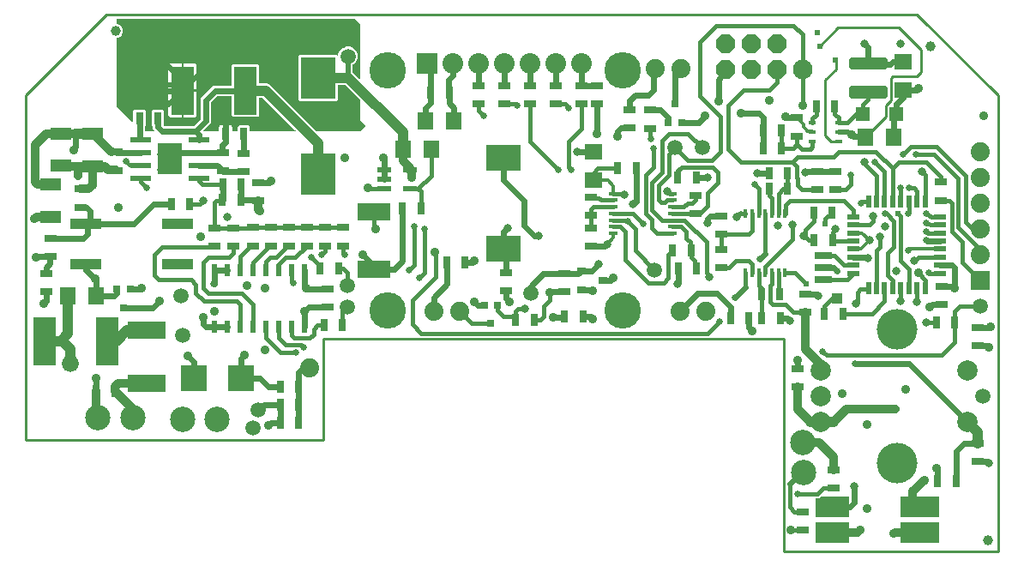
<source format=gtl>
G04 EAGLE Gerber RS-274X export*
G75*
%MOMM*%
%FSLAX34Y34*%
%LPD*%
%INTop Copper*%
%IPPOS*%
%AMOC8*
5,1,8,0,0,1.08239X$1,22.5*%
G01*
%ADD10C,2.000000*%
%ADD11C,4.000000*%
%ADD12R,1.320800X0.558800*%
%ADD13R,1.200000X0.800000*%
%ADD14R,0.800000X1.200000*%
%ADD15R,3.200000X1.800000*%
%ADD16R,2.032000X2.032000*%
%ADD17C,2.032000*%
%ADD18C,3.600000*%
%ADD19R,1.600000X1.800000*%
%ADD20R,3.100000X1.000000*%
%ADD21R,1.700000X0.700000*%
%ADD22R,1.270000X0.558800*%
%ADD23R,0.558800X1.270000*%
%ADD24R,0.600000X1.200000*%
%ADD25R,0.800000X0.450000*%
%ADD26R,2.150000X0.500000*%
%ADD27R,2.400000X3.100000*%
%ADD28C,0.625000*%
%ADD29R,3.500000X4.100000*%
%ADD30R,1.397000X1.397000*%
%ADD31R,1.800000X1.600000*%
%ADD32R,0.900000X0.800000*%
%ADD33R,2.000000X1.200000*%
%ADD34R,2.286000X4.800000*%
%ADD35R,2.540000X2.540000*%
%ADD36R,0.700000X0.700000*%
%ADD37R,3.700000X1.800000*%
%ADD38C,1.000000*%
%ADD39C,1.500000*%
%ADD40C,1.879600*%
%ADD41R,1.879600X1.879600*%
%ADD42R,0.900000X0.350000*%
%ADD43R,0.350000X0.900000*%
%ADD44R,2.000000X1.780000*%
%ADD45P,2.034460X8X22.500000*%
%ADD46R,3.400000X2.600000*%
%ADD47C,0.762000*%
%ADD48C,0.609600*%
%ADD49C,0.914400*%
%ADD50C,0.812800*%
%ADD51C,0.304800*%
%ADD52C,0.812800*%
%ADD53C,0.635000*%
%ADD54C,0.406400*%
%ADD55C,0.609600*%
%ADD56C,0.603500*%
%ADD57C,0.508000*%
%ADD58C,2.500000*%
%ADD59C,1.676400*%
%ADD60C,1.016000*%
%ADD61C,0.254000*%
%ADD62C,1.930400*%
%ADD63R,1.016000X1.016000*%
%ADD64C,0.254000*%

G36*
X126520Y304493D02*
X126520Y304493D01*
X126523Y304493D01*
X126617Y304513D01*
X126714Y304532D01*
X126716Y304534D01*
X126719Y304534D01*
X126799Y304590D01*
X126880Y304645D01*
X126881Y304647D01*
X126883Y304649D01*
X126937Y304732D01*
X126989Y304813D01*
X126989Y304816D01*
X126991Y304818D01*
X127007Y304914D01*
X127025Y305010D01*
X127024Y305013D01*
X127024Y305016D01*
X127002Y305110D01*
X126981Y305206D01*
X126979Y305208D01*
X126979Y305211D01*
X126876Y305359D01*
X125230Y307004D01*
X125230Y309755D01*
X125229Y309763D01*
X125230Y309770D01*
X125209Y309860D01*
X125191Y309951D01*
X125186Y309958D01*
X125184Y309966D01*
X125082Y310114D01*
X124278Y310917D01*
X124278Y324601D01*
X125469Y325792D01*
X135153Y325792D01*
X136344Y324601D01*
X136344Y310903D01*
X136316Y310860D01*
X136264Y310781D01*
X136263Y310776D01*
X136260Y310771D01*
X136244Y310678D01*
X136226Y310584D01*
X136227Y310579D01*
X136226Y310574D01*
X136248Y310482D01*
X136268Y310388D01*
X136271Y310384D01*
X136272Y310379D01*
X136375Y310231D01*
X136576Y310029D01*
X136583Y310025D01*
X136587Y310019D01*
X136666Y309970D01*
X136743Y309918D01*
X136751Y309917D01*
X136757Y309913D01*
X136935Y309881D01*
X165325Y309881D01*
X165333Y309882D01*
X165341Y309881D01*
X165431Y309902D01*
X165522Y309920D01*
X165528Y309925D01*
X165536Y309927D01*
X165684Y310029D01*
X172571Y316916D01*
X172575Y316923D01*
X172581Y316927D01*
X172630Y317006D01*
X172682Y317083D01*
X172683Y317091D01*
X172687Y317097D01*
X172719Y317275D01*
X172719Y337385D01*
X185220Y349886D01*
X202958Y349886D01*
X202963Y349887D01*
X202968Y349886D01*
X203061Y349907D01*
X203155Y349925D01*
X203159Y349928D01*
X203164Y349929D01*
X203241Y349984D01*
X203320Y350038D01*
X203323Y350042D01*
X203327Y350045D01*
X203378Y350127D01*
X203430Y350206D01*
X203430Y350211D01*
X203433Y350216D01*
X203465Y350393D01*
X203465Y369647D01*
X204656Y370838D01*
X229200Y370838D01*
X230391Y369647D01*
X230391Y352425D01*
X230392Y352420D01*
X230391Y352415D01*
X230412Y352322D01*
X230430Y352228D01*
X230433Y352224D01*
X230434Y352219D01*
X230490Y352141D01*
X230543Y352063D01*
X230547Y352060D01*
X230550Y352056D01*
X230632Y352005D01*
X230711Y351953D01*
X230716Y351953D01*
X230721Y351950D01*
X230898Y351918D01*
X238270Y351918D01*
X240884Y350835D01*
X287078Y304641D01*
X287084Y304637D01*
X287089Y304631D01*
X287167Y304582D01*
X287245Y304530D01*
X287252Y304529D01*
X287259Y304525D01*
X287436Y304493D01*
X330000Y304493D01*
X330008Y304494D01*
X330015Y304493D01*
X330105Y304514D01*
X330197Y304532D01*
X330203Y304537D01*
X330211Y304539D01*
X330359Y304641D01*
X335359Y309641D01*
X335362Y309646D01*
X335366Y309649D01*
X335417Y309729D01*
X335470Y309808D01*
X335471Y309813D01*
X335473Y309818D01*
X335489Y309912D01*
X335507Y310005D01*
X335506Y310010D01*
X335507Y310015D01*
X335485Y310108D01*
X335466Y310201D01*
X335463Y310206D01*
X335461Y310211D01*
X335359Y310359D01*
X330507Y315210D01*
X330507Y334864D01*
X330506Y334871D01*
X330507Y334879D01*
X330486Y334969D01*
X330468Y335060D01*
X330463Y335067D01*
X330461Y335074D01*
X330359Y335222D01*
X315589Y349992D01*
X315583Y349996D01*
X315578Y350002D01*
X315500Y350051D01*
X315422Y350103D01*
X315415Y350104D01*
X315408Y350108D01*
X315231Y350140D01*
X308711Y350140D01*
X308706Y350139D01*
X308701Y350140D01*
X308608Y350119D01*
X308514Y350101D01*
X308510Y350098D01*
X308505Y350097D01*
X308427Y350041D01*
X308349Y349988D01*
X308346Y349984D01*
X308342Y349981D01*
X308291Y349899D01*
X308239Y349820D01*
X308239Y349815D01*
X308236Y349810D01*
X308204Y349633D01*
X308204Y335911D01*
X307013Y334720D01*
X270329Y334720D01*
X269138Y335911D01*
X269138Y378595D01*
X270329Y379786D01*
X307013Y379786D01*
X307617Y379181D01*
X307620Y379180D01*
X307621Y379178D01*
X307701Y379126D01*
X307784Y379070D01*
X307787Y379070D01*
X307789Y379069D01*
X307885Y379051D01*
X307981Y379033D01*
X307984Y379033D01*
X307986Y379033D01*
X308083Y379054D01*
X308177Y379074D01*
X308179Y379076D01*
X308182Y379076D01*
X308262Y379133D01*
X308342Y379189D01*
X308343Y379191D01*
X308345Y379192D01*
X308397Y379276D01*
X308449Y379358D01*
X308450Y379360D01*
X308451Y379363D01*
X308483Y379540D01*
X308483Y380516D01*
X309935Y384020D01*
X312616Y386701D01*
X312629Y386707D01*
X313854Y387214D01*
X315078Y387721D01*
X315079Y387721D01*
X316120Y388153D01*
X319912Y388153D01*
X323416Y386701D01*
X326097Y384020D01*
X327549Y380516D01*
X327549Y376724D01*
X326097Y373220D01*
X323416Y370539D01*
X322902Y370326D01*
X322896Y370322D01*
X322890Y370321D01*
X322814Y370266D01*
X322735Y370214D01*
X322732Y370208D01*
X322727Y370205D01*
X322677Y370125D01*
X322625Y370046D01*
X322624Y370040D01*
X322621Y370034D01*
X322589Y369857D01*
X322589Y363320D01*
X322590Y363313D01*
X322589Y363305D01*
X322610Y363215D01*
X322628Y363124D01*
X322633Y363117D01*
X322635Y363110D01*
X322737Y362962D01*
X329641Y356058D01*
X329644Y356056D01*
X329645Y356054D01*
X329726Y356002D01*
X329808Y355947D01*
X329811Y355946D01*
X329813Y355945D01*
X329909Y355927D01*
X330005Y355909D01*
X330008Y355910D01*
X330010Y355909D01*
X330107Y355931D01*
X330201Y355951D01*
X330203Y355952D01*
X330206Y355953D01*
X330286Y356009D01*
X330366Y356065D01*
X330367Y356067D01*
X330369Y356069D01*
X330421Y356152D01*
X330473Y356234D01*
X330474Y356237D01*
X330475Y356239D01*
X330507Y356416D01*
X330507Y410000D01*
X330506Y410007D01*
X330506Y410011D01*
X330507Y410015D01*
X330486Y410105D01*
X330468Y410197D01*
X330464Y410202D01*
X330463Y410207D01*
X330462Y410208D01*
X330461Y410211D01*
X330359Y410359D01*
X325359Y415359D01*
X325352Y415363D01*
X325348Y415369D01*
X325269Y415418D01*
X325192Y415470D01*
X325184Y415471D01*
X325177Y415475D01*
X325000Y415507D01*
X90000Y415507D01*
X89995Y415506D01*
X89990Y415507D01*
X89897Y415486D01*
X89804Y415468D01*
X89799Y415465D01*
X89794Y415464D01*
X89716Y415408D01*
X89638Y415355D01*
X89635Y415351D01*
X89631Y415348D01*
X89580Y415266D01*
X89528Y415187D01*
X89528Y415182D01*
X89525Y415177D01*
X89493Y415000D01*
X89493Y411400D01*
X89494Y411395D01*
X89493Y411390D01*
X89514Y411297D01*
X89532Y411203D01*
X89535Y411199D01*
X89536Y411194D01*
X89592Y411116D01*
X89645Y411038D01*
X89649Y411035D01*
X89652Y411031D01*
X89734Y410980D01*
X89813Y410928D01*
X89818Y410928D01*
X89823Y410925D01*
X90000Y410893D01*
X90299Y410893D01*
X92884Y409822D01*
X94862Y407844D01*
X95933Y405259D01*
X95933Y402461D01*
X94862Y399876D01*
X92884Y397898D01*
X92616Y397787D01*
X91392Y397280D01*
X90299Y396827D01*
X90000Y396827D01*
X89995Y396826D01*
X89990Y396827D01*
X89897Y396806D01*
X89804Y396788D01*
X89799Y396785D01*
X89794Y396784D01*
X89716Y396728D01*
X89638Y396675D01*
X89635Y396671D01*
X89631Y396668D01*
X89580Y396586D01*
X89528Y396507D01*
X89528Y396502D01*
X89525Y396497D01*
X89493Y396320D01*
X89493Y330000D01*
X89494Y329992D01*
X89493Y329985D01*
X89514Y329895D01*
X89532Y329804D01*
X89537Y329797D01*
X89539Y329789D01*
X89641Y329641D01*
X105412Y313870D01*
X105415Y313869D01*
X105416Y313867D01*
X105497Y313814D01*
X105579Y313759D01*
X105582Y313759D01*
X105584Y313757D01*
X105680Y313740D01*
X105776Y313722D01*
X105779Y313722D01*
X105781Y313722D01*
X105878Y313743D01*
X105972Y313763D01*
X105974Y313765D01*
X105977Y313765D01*
X106057Y313822D01*
X106137Y313878D01*
X106138Y313880D01*
X106140Y313881D01*
X106192Y313964D01*
X106244Y314047D01*
X106245Y314049D01*
X106246Y314052D01*
X106278Y314229D01*
X106278Y324601D01*
X107469Y325792D01*
X117153Y325792D01*
X118344Y324601D01*
X118344Y310917D01*
X117540Y310114D01*
X117536Y310107D01*
X117530Y310102D01*
X117481Y310024D01*
X117429Y309947D01*
X117428Y309939D01*
X117424Y309932D01*
X117392Y309755D01*
X117392Y305000D01*
X117393Y304995D01*
X117392Y304990D01*
X117413Y304897D01*
X117431Y304804D01*
X117434Y304799D01*
X117435Y304794D01*
X117491Y304716D01*
X117544Y304638D01*
X117548Y304635D01*
X117551Y304631D01*
X117633Y304580D01*
X117712Y304528D01*
X117717Y304528D01*
X117722Y304525D01*
X117899Y304493D01*
X126517Y304493D01*
X126520Y304493D01*
G37*
G36*
X190332Y304494D02*
X190332Y304494D01*
X190337Y304493D01*
X190430Y304514D01*
X190524Y304532D01*
X190528Y304535D01*
X190533Y304536D01*
X190611Y304592D01*
X190689Y304645D01*
X190692Y304649D01*
X190696Y304652D01*
X190747Y304734D01*
X190799Y304813D01*
X190799Y304818D01*
X190802Y304823D01*
X190834Y305000D01*
X190834Y308595D01*
X191007Y309241D01*
X191342Y309820D01*
X191815Y310293D01*
X192394Y310628D01*
X193040Y310801D01*
X196360Y310801D01*
X196360Y305000D01*
X196361Y304995D01*
X196360Y304990D01*
X196381Y304897D01*
X196399Y304804D01*
X196402Y304799D01*
X196403Y304794D01*
X196459Y304716D01*
X196512Y304638D01*
X196516Y304635D01*
X196519Y304631D01*
X196601Y304580D01*
X196680Y304528D01*
X196685Y304528D01*
X196690Y304525D01*
X196867Y304493D01*
X197883Y304493D01*
X197888Y304494D01*
X197893Y304493D01*
X197986Y304514D01*
X198079Y304532D01*
X198084Y304535D01*
X198089Y304536D01*
X198167Y304592D01*
X198245Y304645D01*
X198248Y304649D01*
X198252Y304652D01*
X198303Y304734D01*
X198354Y304813D01*
X198355Y304818D01*
X198358Y304823D01*
X198390Y305000D01*
X198390Y310801D01*
X201710Y310801D01*
X202356Y310628D01*
X202935Y310293D01*
X203408Y309820D01*
X203743Y309241D01*
X203916Y308595D01*
X203916Y305000D01*
X203917Y304995D01*
X203916Y304990D01*
X203937Y304897D01*
X203955Y304804D01*
X203958Y304799D01*
X203959Y304794D01*
X204015Y304716D01*
X204068Y304638D01*
X204072Y304635D01*
X204075Y304631D01*
X204157Y304580D01*
X204236Y304528D01*
X204241Y304528D01*
X204246Y304525D01*
X204423Y304493D01*
X208835Y304493D01*
X208840Y304494D01*
X208845Y304493D01*
X208938Y304514D01*
X209032Y304532D01*
X209036Y304535D01*
X209041Y304536D01*
X209119Y304592D01*
X209197Y304645D01*
X209200Y304649D01*
X209204Y304652D01*
X209255Y304734D01*
X209307Y304813D01*
X209307Y304818D01*
X209310Y304823D01*
X209342Y305000D01*
X209342Y309102D01*
X210533Y310293D01*
X220217Y310293D01*
X221408Y309102D01*
X221408Y305000D01*
X221409Y304995D01*
X221408Y304990D01*
X221429Y304897D01*
X221447Y304804D01*
X221450Y304799D01*
X221451Y304794D01*
X221507Y304716D01*
X221560Y304638D01*
X221564Y304635D01*
X221567Y304631D01*
X221649Y304580D01*
X221728Y304528D01*
X221733Y304528D01*
X221738Y304525D01*
X221915Y304493D01*
X265884Y304493D01*
X265886Y304493D01*
X265889Y304493D01*
X265984Y304513D01*
X266080Y304532D01*
X266082Y304534D01*
X266085Y304534D01*
X266166Y304590D01*
X266246Y304645D01*
X266247Y304647D01*
X266250Y304649D01*
X266303Y304732D01*
X266355Y304813D01*
X266356Y304816D01*
X266357Y304818D01*
X266374Y304914D01*
X266391Y305010D01*
X266390Y305013D01*
X266391Y305015D01*
X266369Y305109D01*
X266347Y305206D01*
X266346Y305208D01*
X266345Y305211D01*
X266242Y305359D01*
X234057Y337544D01*
X234051Y337548D01*
X234046Y337554D01*
X233968Y337603D01*
X233890Y337655D01*
X233883Y337656D01*
X233876Y337660D01*
X233699Y337692D01*
X230898Y337692D01*
X230893Y337691D01*
X230888Y337692D01*
X230795Y337671D01*
X230701Y337653D01*
X230697Y337650D01*
X230692Y337649D01*
X230614Y337593D01*
X230536Y337540D01*
X230533Y337536D01*
X230529Y337533D01*
X230478Y337451D01*
X230426Y337372D01*
X230426Y337367D01*
X230423Y337362D01*
X230391Y337185D01*
X230391Y319963D01*
X229200Y318772D01*
X204656Y318772D01*
X203465Y319963D01*
X203465Y339217D01*
X203464Y339222D01*
X203465Y339227D01*
X203444Y339320D01*
X203426Y339414D01*
X203423Y339418D01*
X203422Y339423D01*
X203366Y339501D01*
X203313Y339579D01*
X203309Y339582D01*
X203306Y339586D01*
X203224Y339637D01*
X203145Y339689D01*
X203140Y339689D01*
X203135Y339692D01*
X202958Y339724D01*
X189640Y339724D01*
X189632Y339723D01*
X189624Y339724D01*
X189534Y339703D01*
X189443Y339685D01*
X189437Y339680D01*
X189429Y339678D01*
X189281Y339576D01*
X183029Y333324D01*
X183025Y333317D01*
X183019Y333313D01*
X182970Y333234D01*
X182918Y333157D01*
X182917Y333149D01*
X182913Y333143D01*
X182881Y332965D01*
X182881Y312855D01*
X175384Y305359D01*
X175382Y305356D01*
X175380Y305355D01*
X175328Y305274D01*
X175273Y305192D01*
X175272Y305189D01*
X175271Y305187D01*
X175254Y305091D01*
X175235Y304995D01*
X175236Y304992D01*
X175235Y304990D01*
X175257Y304893D01*
X175277Y304799D01*
X175278Y304797D01*
X175279Y304794D01*
X175336Y304714D01*
X175391Y304634D01*
X175394Y304633D01*
X175395Y304631D01*
X175478Y304579D01*
X175560Y304527D01*
X175563Y304526D01*
X175565Y304525D01*
X175743Y304493D01*
X190327Y304493D01*
X190332Y304494D01*
G37*
G36*
X901702Y-101725D02*
X901702Y-101725D01*
X901704Y-101726D01*
X901747Y-101706D01*
X901791Y-101688D01*
X901791Y-101686D01*
X901793Y-101685D01*
X901826Y-101600D01*
X901826Y-81280D01*
X901825Y-81278D01*
X901826Y-81276D01*
X901806Y-81233D01*
X901788Y-81189D01*
X901786Y-81189D01*
X901785Y-81187D01*
X901700Y-81154D01*
X863600Y-81154D01*
X863598Y-81155D01*
X863596Y-81154D01*
X863553Y-81174D01*
X863509Y-81192D01*
X863509Y-81194D01*
X863507Y-81195D01*
X863474Y-81280D01*
X863474Y-101600D01*
X863475Y-101602D01*
X863474Y-101604D01*
X863494Y-101647D01*
X863512Y-101691D01*
X863514Y-101691D01*
X863515Y-101693D01*
X863600Y-101726D01*
X901700Y-101726D01*
X901702Y-101725D01*
G37*
G36*
X901702Y-76325D02*
X901702Y-76325D01*
X901704Y-76326D01*
X901747Y-76306D01*
X901791Y-76288D01*
X901791Y-76286D01*
X901793Y-76285D01*
X901826Y-76200D01*
X901826Y-55880D01*
X901825Y-55878D01*
X901826Y-55876D01*
X901806Y-55833D01*
X901788Y-55789D01*
X901786Y-55789D01*
X901785Y-55787D01*
X901700Y-55754D01*
X863600Y-55754D01*
X863598Y-55755D01*
X863596Y-55754D01*
X863553Y-55774D01*
X863509Y-55792D01*
X863509Y-55794D01*
X863507Y-55795D01*
X863474Y-55880D01*
X863474Y-76200D01*
X863475Y-76202D01*
X863474Y-76204D01*
X863494Y-76247D01*
X863512Y-76291D01*
X863514Y-76291D01*
X863515Y-76293D01*
X863600Y-76326D01*
X901700Y-76326D01*
X901702Y-76325D01*
G37*
G36*
X812802Y-101725D02*
X812802Y-101725D01*
X812804Y-101726D01*
X812847Y-101706D01*
X812891Y-101688D01*
X812891Y-101686D01*
X812893Y-101685D01*
X812926Y-101600D01*
X812926Y-81280D01*
X812925Y-81278D01*
X812926Y-81276D01*
X812906Y-81233D01*
X812888Y-81189D01*
X812886Y-81189D01*
X812885Y-81187D01*
X812800Y-81154D01*
X779780Y-81154D01*
X779778Y-81155D01*
X779776Y-81154D01*
X779733Y-81174D01*
X779689Y-81192D01*
X779689Y-81194D01*
X779687Y-81195D01*
X779654Y-81280D01*
X779654Y-101600D01*
X779655Y-101602D01*
X779654Y-101604D01*
X779674Y-101647D01*
X779692Y-101691D01*
X779694Y-101691D01*
X779695Y-101693D01*
X779780Y-101726D01*
X812800Y-101726D01*
X812802Y-101725D01*
G37*
G36*
X812802Y-76325D02*
X812802Y-76325D01*
X812804Y-76326D01*
X812847Y-76306D01*
X812891Y-76288D01*
X812891Y-76286D01*
X812893Y-76285D01*
X812926Y-76200D01*
X812926Y-55880D01*
X812925Y-55878D01*
X812926Y-55876D01*
X812906Y-55833D01*
X812888Y-55789D01*
X812886Y-55789D01*
X812885Y-55787D01*
X812800Y-55754D01*
X785199Y-55754D01*
X785196Y-55755D01*
X785193Y-55754D01*
X785110Y-55791D01*
X783196Y-57705D01*
X779780Y-57705D01*
X779778Y-57706D01*
X779776Y-57705D01*
X779733Y-57725D01*
X779689Y-57743D01*
X779689Y-57745D01*
X779687Y-57746D01*
X779654Y-57831D01*
X779654Y-76200D01*
X779655Y-76202D01*
X779654Y-76204D01*
X779674Y-76247D01*
X779692Y-76291D01*
X779694Y-76291D01*
X779695Y-76293D01*
X779780Y-76326D01*
X812800Y-76326D01*
X812802Y-76325D01*
G37*
%LPC*%
G36*
X155943Y345820D02*
X155943Y345820D01*
X155943Y371346D01*
X166693Y371346D01*
X167339Y371173D01*
X167918Y370838D01*
X168391Y370365D01*
X168726Y369786D01*
X168899Y369140D01*
X168899Y345820D01*
X155943Y345820D01*
G37*
%LPD*%
%LPC*%
G36*
X155943Y318264D02*
X155943Y318264D01*
X155943Y343790D01*
X168899Y343790D01*
X168899Y320470D01*
X168726Y319824D01*
X168391Y319245D01*
X167918Y318772D01*
X167339Y318437D01*
X166693Y318264D01*
X155943Y318264D01*
G37*
%LPD*%
%LPC*%
G36*
X140957Y345820D02*
X140957Y345820D01*
X140957Y369140D01*
X141130Y369786D01*
X141465Y370365D01*
X141938Y370838D01*
X142517Y371173D01*
X143163Y371346D01*
X153913Y371346D01*
X153913Y345820D01*
X140957Y345820D01*
G37*
%LPD*%
%LPC*%
G36*
X143163Y318264D02*
X143163Y318264D01*
X142517Y318437D01*
X141938Y318772D01*
X141465Y319245D01*
X141130Y319824D01*
X140957Y320470D01*
X140957Y343790D01*
X153913Y343790D01*
X153913Y318264D01*
X143163Y318264D01*
G37*
%LPD*%
%LPC*%
G36*
X154927Y344804D02*
X154927Y344804D01*
X154927Y344806D01*
X154929Y344806D01*
X154929Y344804D01*
X154927Y344804D01*
G37*
%LPD*%
D10*
X785070Y68600D03*
X785070Y17800D03*
X785070Y43200D03*
D11*
X860000Y-22840D03*
X860000Y109240D03*
D10*
X929850Y17800D03*
X929850Y68600D03*
D12*
X353822Y266446D03*
X353822Y257048D03*
X353822Y247650D03*
X379222Y247650D03*
X379222Y266446D03*
D13*
X224155Y191533D03*
X224155Y209533D03*
X241935Y191533D03*
X241935Y209533D03*
X259715Y191533D03*
X259715Y209533D03*
X277495Y191533D03*
X277495Y209533D03*
X313055Y191533D03*
X313055Y209533D03*
X295275Y191533D03*
X295275Y209533D03*
X204851Y191406D03*
X204851Y209406D03*
X186309Y191406D03*
X186309Y209406D03*
D14*
X194454Y252222D03*
X212454Y252222D03*
D15*
X344170Y224723D03*
X344170Y168723D03*
D14*
X269604Y16510D03*
X251604Y16510D03*
X251604Y34290D03*
X269604Y34290D03*
X251604Y52070D03*
X269604Y52070D03*
D16*
X396320Y371420D03*
D17*
X421720Y371420D03*
X447120Y371420D03*
X472520Y371420D03*
X497920Y371420D03*
X523320Y371420D03*
D18*
X589120Y127820D03*
X357120Y127820D03*
X357120Y364820D03*
X589120Y364820D03*
D17*
X548720Y371420D03*
D13*
X762000Y51960D03*
X762000Y69960D03*
X769620Y125620D03*
X769620Y143620D03*
D14*
X918320Y-40640D03*
X900320Y-40640D03*
D13*
X939800Y-21700D03*
X939800Y-3700D03*
X24257Y198738D03*
X24257Y180738D03*
D14*
X399940Y342900D03*
X417940Y342900D03*
D19*
X422940Y314960D03*
X394940Y314960D03*
D13*
X798957Y246778D03*
X798957Y264778D03*
D20*
X149680Y173040D03*
X59680Y173040D03*
X149680Y213040D03*
X59680Y213040D03*
D14*
X162162Y232537D03*
X144162Y232537D03*
D13*
X563880Y331360D03*
X563880Y349360D03*
X781177Y246778D03*
X781177Y264778D03*
D21*
X787527Y158053D03*
X787527Y170053D03*
X787527Y182053D03*
D22*
X816991Y220278D03*
X816991Y212278D03*
X816991Y204278D03*
X816991Y196278D03*
X816991Y188278D03*
X816991Y180278D03*
X816991Y172278D03*
X816991Y164278D03*
D23*
X831917Y149352D03*
X839917Y149352D03*
X847917Y149352D03*
X855917Y149352D03*
X863917Y149352D03*
X871917Y149352D03*
X879917Y149352D03*
X887917Y149352D03*
D22*
X902843Y164278D03*
X902843Y172278D03*
X902843Y180278D03*
X902843Y188278D03*
X902843Y196278D03*
X902843Y204278D03*
X902843Y212278D03*
X902843Y220278D03*
D23*
X887917Y235204D03*
X879917Y235204D03*
X871917Y235204D03*
X863917Y235204D03*
X855917Y235204D03*
X847917Y235204D03*
X839917Y235204D03*
X831917Y235204D03*
D13*
X903859Y254491D03*
X903859Y236491D03*
D24*
X274955Y167573D03*
X262255Y167573D03*
X249555Y167573D03*
X236855Y167573D03*
X224155Y167573D03*
X211455Y167573D03*
X198755Y167573D03*
X186055Y167573D03*
X186055Y111573D03*
X198755Y111573D03*
X211455Y111573D03*
X224155Y111573D03*
X236855Y111573D03*
X249555Y111573D03*
X262255Y111573D03*
X274955Y111573D03*
D13*
X298450Y131081D03*
X298450Y149081D03*
X447040Y331360D03*
X447040Y349360D03*
X472440Y331360D03*
X472440Y349360D03*
X497840Y331360D03*
X497840Y349360D03*
X523240Y331360D03*
X523240Y349360D03*
X548640Y331360D03*
X548640Y349360D03*
D25*
X776809Y313411D03*
X776809Y303911D03*
X776809Y294411D03*
X802309Y294411D03*
X802309Y303911D03*
X802309Y313411D03*
D26*
X113617Y296545D03*
X113617Y283845D03*
X113617Y271145D03*
X113617Y258445D03*
X171117Y258445D03*
X171117Y271145D03*
X171117Y283845D03*
X171117Y296545D03*
D27*
X142367Y277495D03*
D28*
X815594Y346884D02*
X847344Y346884D01*
X847344Y340634D01*
X815594Y340634D01*
X815594Y346884D01*
X815594Y346571D02*
X847344Y346571D01*
X847344Y374884D02*
X815594Y374884D01*
X847344Y374884D02*
X847344Y368634D01*
X815594Y368634D01*
X815594Y374884D01*
X815594Y374571D02*
X847344Y374571D01*
D29*
X288671Y262253D03*
X288671Y357253D03*
D14*
X780559Y329311D03*
X798559Y329311D03*
D30*
X826389Y321691D03*
X859409Y321691D03*
D31*
X866521Y373029D03*
X866521Y345029D03*
D14*
X727981Y305689D03*
X745981Y305689D03*
D13*
X761619Y299991D03*
X761619Y317991D03*
D14*
X745981Y287909D03*
X727981Y287909D03*
D19*
X828899Y298831D03*
X856899Y298831D03*
D32*
X569809Y157519D03*
X548809Y148019D03*
X548809Y167019D03*
D14*
X550029Y121479D03*
X532029Y121479D03*
D13*
X531379Y145931D03*
X531379Y163931D03*
D14*
X602598Y267843D03*
X584598Y267843D03*
D13*
X557657Y239378D03*
X557657Y221378D03*
X557657Y190898D03*
X557657Y208898D03*
D31*
X560578Y256383D03*
X560578Y284383D03*
D14*
X638700Y186563D03*
X656700Y186563D03*
X644415Y168910D03*
X662415Y168910D03*
D13*
X661162Y241537D03*
X661162Y223537D03*
D33*
X34798Y302512D03*
X34798Y270512D03*
X66421Y302004D03*
X66421Y270004D03*
X24892Y252347D03*
X24892Y220347D03*
D13*
X89667Y266099D03*
X89667Y284099D03*
D14*
X112311Y317759D03*
X130311Y317759D03*
D13*
X214757Y282812D03*
X214757Y264812D03*
D14*
X197375Y302260D03*
X215375Y302260D03*
D13*
X194437Y283447D03*
X194437Y265447D03*
D14*
X194213Y236748D03*
X212213Y236748D03*
D34*
X216928Y344805D03*
X154928Y344805D03*
D35*
X212725Y60579D03*
X165735Y60579D03*
D13*
X53848Y247633D03*
X53848Y229633D03*
X616712Y307611D03*
X616712Y325611D03*
D36*
X634342Y313330D03*
X647342Y313330D03*
X640842Y331830D03*
D37*
X119761Y108423D03*
X119761Y55923D03*
D34*
X18657Y97282D03*
X80657Y97282D03*
D13*
X596519Y308246D03*
X596519Y326246D03*
D38*
X88900Y403860D03*
X893699Y388366D03*
X949960Y-99060D03*
D13*
X20320Y145940D03*
X20320Y163940D03*
X939800Y92600D03*
X939800Y110600D03*
X229362Y253856D03*
X229362Y235856D03*
D19*
X41880Y142240D03*
X69880Y142240D03*
D14*
X69740Y48260D03*
X87740Y48260D03*
D19*
X372207Y286639D03*
X400207Y286639D03*
D14*
X390000Y228600D03*
X372000Y228600D03*
X778400Y197104D03*
X796400Y197104D03*
D13*
X904240Y133240D03*
X904240Y151240D03*
D39*
X229616Y29591D03*
D40*
X621411Y366522D03*
X646811Y366522D03*
D41*
X942340Y157480D03*
D40*
X942340Y182880D03*
X942340Y208280D03*
X942340Y233680D03*
X942340Y259080D03*
X942340Y284480D03*
D42*
X580350Y243020D03*
X580350Y236520D03*
X580350Y230020D03*
X580350Y223520D03*
X580350Y217020D03*
X580350Y210520D03*
X580350Y204020D03*
X638850Y204020D03*
X638850Y210520D03*
X638850Y217020D03*
X638850Y223520D03*
X638850Y230020D03*
X638850Y236520D03*
X638850Y243020D03*
D43*
X710750Y165060D03*
X717250Y165060D03*
X723750Y165060D03*
X730250Y165060D03*
X736750Y165060D03*
X743250Y165060D03*
X749750Y165060D03*
X749750Y223560D03*
X743250Y223560D03*
X736750Y223560D03*
X730250Y223560D03*
X723750Y223560D03*
X717250Y223560D03*
X710750Y223560D03*
D14*
X733950Y262890D03*
X751950Y262890D03*
X733950Y247650D03*
X751950Y247650D03*
X744330Y143510D03*
X726330Y143510D03*
X744838Y120142D03*
X726838Y120142D03*
D13*
X687070Y170070D03*
X687070Y188070D03*
D44*
X801190Y-66040D03*
X801190Y-91440D03*
X875690Y-91440D03*
X875690Y-66040D03*
D36*
X103020Y148950D03*
X90020Y148950D03*
X96520Y130450D03*
D14*
X806560Y124460D03*
X788560Y124460D03*
D13*
X767080Y-71010D03*
X767080Y-89010D03*
X797560Y-29608D03*
X797560Y-47608D03*
D14*
X661780Y259080D03*
X643780Y259080D03*
D13*
X687070Y221090D03*
X687070Y203090D03*
D45*
X690880Y365760D03*
X690880Y391160D03*
X716280Y365760D03*
X716280Y391160D03*
X741680Y365760D03*
X741680Y391160D03*
D14*
X294530Y113030D03*
X312530Y113030D03*
X290720Y168910D03*
X308720Y168910D03*
D39*
X498348Y144526D03*
D40*
X280670Y71120D03*
D39*
X641350Y288290D03*
X317500Y152400D03*
X317500Y130810D03*
X153670Y142240D03*
X621030Y167640D03*
X668020Y288290D03*
X154940Y102870D03*
X224790Y11430D03*
X942340Y132080D03*
D14*
X899050Y115570D03*
X917050Y115570D03*
D13*
X473964Y146956D03*
X473964Y164956D03*
D39*
X944880Y43180D03*
D14*
X795892Y224536D03*
X777892Y224536D03*
D39*
X318016Y378620D03*
D46*
X471424Y188680D03*
X471424Y278680D03*
D36*
X465732Y133202D03*
X452732Y133202D03*
X459232Y114702D03*
D14*
X433688Y174752D03*
X415688Y174752D03*
D40*
X402844Y127000D03*
X428244Y127000D03*
D14*
X714104Y119888D03*
X696104Y119888D03*
D40*
X645668Y127000D03*
X671068Y127000D03*
D14*
X501760Y118110D03*
X483760Y118110D03*
D47*
X103000Y32000D03*
X71000Y30000D03*
X767000Y-71000D03*
X774000Y-3000D03*
D48*
X90020Y144630D02*
X90020Y148950D01*
X90020Y144630D02*
X87630Y142240D01*
X69880Y142240D01*
X69880Y157450D01*
X68580Y158750D01*
D49*
X68580Y158750D03*
D48*
X59680Y167650D02*
X59680Y173040D01*
X59680Y167650D02*
X68580Y158750D01*
X20320Y145940D02*
X20320Y137160D01*
X17780Y134620D01*
D49*
X17780Y134620D03*
D50*
X10797Y220347D02*
X24892Y220347D01*
X10797Y220347D02*
X8890Y218440D01*
D49*
X8890Y218440D03*
D50*
X51000Y270004D02*
X66421Y270004D01*
X51000Y270004D02*
X35306Y270004D01*
D51*
X34798Y270512D01*
D50*
X53848Y247633D02*
X62213Y247633D01*
X66040Y251460D01*
D49*
X66040Y251460D03*
D50*
X66421Y251841D02*
X66421Y270004D01*
D51*
X66421Y251841D02*
X66040Y251460D01*
D49*
X91440Y229108D03*
D48*
X171117Y283845D02*
X194039Y283845D01*
D51*
X194437Y283447D01*
D48*
X171117Y283845D02*
X148717Y283845D01*
D51*
X142367Y277495D01*
D48*
X197375Y293895D02*
X197375Y302260D01*
X197375Y293895D02*
X194310Y290830D01*
X194310Y283574D01*
D51*
X194437Y283447D01*
D48*
X197375Y302260D02*
X197375Y317737D01*
X193040Y322072D01*
D49*
X193040Y322072D03*
D48*
X154928Y344805D02*
X138303Y344805D01*
X136398Y342900D01*
D49*
X136398Y342900D03*
D48*
X229362Y253856D02*
X240648Y253856D01*
X242062Y255270D01*
D49*
X242062Y255270D03*
X314960Y278130D03*
D52*
X833120Y196850D03*
D51*
X825692Y204278D02*
X816991Y204278D01*
X825692Y204278D02*
X833120Y196850D01*
X824548Y188278D02*
X816991Y188278D01*
X824548Y188278D02*
X833120Y196850D01*
D48*
X889572Y196278D02*
X902843Y196278D01*
X889572Y196278D02*
X889000Y196850D01*
D53*
X889000Y196850D03*
D51*
X859409Y321691D02*
X859790Y322072D01*
D48*
X866521Y345029D02*
X879699Y345029D01*
X881380Y346710D01*
D49*
X881380Y346710D03*
X892810Y130810D03*
D48*
X939800Y92600D02*
X950070Y92600D01*
X951230Y91440D01*
D49*
X951230Y91440D03*
D48*
X950070Y-21700D02*
X939800Y-21700D01*
X950070Y-21700D02*
X951230Y-22860D01*
D52*
X951230Y-22860D03*
D49*
X856996Y-92710D03*
D48*
X251604Y34290D02*
X235077Y34290D01*
X229616Y29591D01*
X165735Y60579D02*
X165735Y76835D01*
X160020Y82550D01*
D49*
X160020Y82550D03*
X69850Y60960D03*
D48*
X186055Y111573D02*
X198755Y111573D01*
D49*
X175260Y120650D03*
D48*
X186055Y154305D02*
X186055Y167573D01*
X186055Y154305D02*
X185420Y153670D01*
D53*
X185420Y153670D03*
D48*
X186055Y167573D02*
X198755Y167573D01*
X279671Y131081D02*
X298450Y131081D01*
X279671Y131081D02*
X275590Y127000D01*
D49*
X275590Y127000D03*
D48*
X274955Y126365D02*
X274955Y111573D01*
X274955Y126365D02*
X275590Y127000D01*
X353822Y257048D02*
X353822Y266446D01*
X353822Y277368D01*
D51*
X353060Y278130D01*
D49*
X353060Y278130D03*
D48*
X394940Y314960D02*
X394940Y327630D01*
X399940Y332630D01*
X399940Y342900D01*
X399940Y367800D01*
X396320Y371420D01*
X550029Y121479D02*
X557971Y121479D01*
X560070Y119380D01*
D49*
X560070Y119380D03*
D48*
X569809Y157519D02*
X577889Y157519D01*
X580390Y160020D01*
D49*
X580390Y160020D03*
D48*
X571898Y190898D02*
X557657Y190898D01*
X571898Y190898D02*
X574040Y193040D01*
D52*
X574040Y193040D03*
D51*
X574850Y193850D01*
D52*
X673100Y214122D03*
D48*
X675750Y221090D02*
X687070Y221090D01*
X675750Y221090D02*
X673100Y218440D01*
X673100Y214122D01*
X722630Y262890D02*
X733950Y262890D01*
D52*
X722630Y262890D03*
D48*
X673100Y259080D02*
X661780Y259080D01*
D52*
X673100Y259080D03*
D49*
X670560Y320040D03*
D48*
X560578Y284383D02*
X544927Y284383D01*
D51*
X544830Y284480D01*
D52*
X544830Y284480D03*
D48*
X751349Y317991D02*
X761619Y317991D01*
X751349Y317991D02*
X750570Y318770D01*
D49*
X750570Y318770D03*
X734060Y335280D03*
D48*
X787527Y170053D02*
X797433Y170053D01*
X801370Y166370D01*
D53*
X801370Y166370D03*
D52*
X768350Y201422D03*
D49*
X186690Y127000D03*
X236220Y88900D03*
D48*
X242570Y16510D02*
X251604Y16510D01*
X242570Y16510D02*
X240030Y13970D01*
D49*
X240030Y13970D03*
D48*
X251604Y16510D02*
X251604Y34290D01*
D52*
X599440Y232410D03*
X742950Y211836D03*
X859790Y166370D03*
D49*
X945642Y320040D03*
D52*
X199390Y219710D03*
D49*
X830580Y15240D03*
X806450Y45720D03*
D48*
X895240Y133240D02*
X904240Y133240D01*
X895240Y133240D02*
X892810Y130810D01*
D50*
X77976Y270004D02*
X66421Y270004D01*
X77976Y270004D02*
X81280Y266700D01*
X89066Y266700D01*
D51*
X89667Y266099D01*
D48*
X177987Y111573D02*
X186055Y111573D01*
X177987Y111573D02*
X175260Y114300D01*
X175260Y120650D01*
X647342Y313330D02*
X664570Y313330D01*
X670560Y320040D01*
X602598Y267843D02*
X602598Y235568D01*
X599440Y232410D01*
X856899Y298831D02*
X856899Y319181D01*
D54*
X859409Y321691D01*
D48*
X859790Y322072D02*
X859790Y331470D01*
X866140Y337820D01*
X866140Y344648D01*
D54*
X866521Y345029D01*
X787400Y170180D02*
X787527Y170053D01*
D55*
X770890Y153670D03*
D53*
X151130Y289560D03*
X143510Y289560D03*
X135890Y289560D03*
X133350Y281940D03*
X140970Y281940D03*
X148590Y281940D03*
X151130Y274320D03*
X143510Y274320D03*
X135890Y274320D03*
X133350Y266700D03*
X140970Y266700D03*
X148590Y266700D03*
D52*
X754380Y117856D03*
D54*
X772668Y197104D02*
X768350Y201422D01*
X772668Y197104D02*
X778400Y197104D01*
X777892Y215536D02*
X777892Y224536D01*
X777892Y215536D02*
X769620Y207264D01*
X769620Y202692D01*
X768350Y201422D01*
D51*
X580350Y199350D02*
X580350Y204020D01*
X580350Y199350D02*
X574040Y193040D01*
D54*
X749750Y165060D02*
X759500Y165060D01*
X770890Y153670D01*
D49*
X517398Y145796D03*
D48*
X517533Y145931D02*
X531379Y145931D01*
X517533Y145931D02*
X517398Y145796D01*
D49*
X830580Y-68072D03*
D50*
X858266Y-91440D02*
X875690Y-91440D01*
D48*
X858266Y-91440D02*
X856996Y-92710D01*
D52*
X643636Y154178D03*
D48*
X644415Y154957D02*
X644415Y168910D01*
X644415Y154957D02*
X643636Y154178D01*
X744838Y120142D02*
X752094Y120142D01*
X754380Y117856D01*
X452732Y133202D02*
X445918Y133202D01*
D54*
X442976Y136144D01*
D49*
X442976Y136144D03*
D54*
X501760Y118110D02*
X508000Y118110D01*
X511810Y121920D01*
X511810Y132080D01*
X517398Y137668D01*
X517398Y145796D01*
D48*
X69850Y60960D02*
X69850Y48370D01*
X69740Y48260D01*
D56*
X105000Y405000D03*
X115000Y405000D03*
X125000Y405000D03*
X135000Y405000D03*
X145000Y405000D03*
X155000Y405000D03*
X165000Y405000D03*
X175000Y405000D03*
X185000Y405000D03*
X195000Y405000D03*
X205000Y405000D03*
X215000Y405000D03*
X225000Y405000D03*
X235000Y405000D03*
X245000Y405000D03*
X255000Y405000D03*
X265000Y405000D03*
X275000Y405000D03*
X110000Y395000D03*
X120000Y395000D03*
X130000Y395000D03*
X140000Y395000D03*
X150000Y395000D03*
X160000Y395000D03*
X170000Y395000D03*
X180000Y395000D03*
X190000Y395000D03*
X200000Y395000D03*
X210000Y395000D03*
X220000Y395000D03*
X230000Y395000D03*
X240000Y395000D03*
X250000Y395000D03*
X260000Y395000D03*
X270000Y395000D03*
X280000Y395000D03*
X105000Y385000D03*
X115000Y385000D03*
X125000Y385000D03*
X135000Y385000D03*
X145000Y385000D03*
X155000Y385000D03*
X165000Y385000D03*
X175000Y385000D03*
X185000Y385000D03*
X195000Y385000D03*
X205000Y385000D03*
X215000Y385000D03*
X225000Y385000D03*
X235000Y385000D03*
X245000Y385000D03*
X255000Y385000D03*
X265000Y385000D03*
X275000Y385000D03*
X110000Y375000D03*
X120000Y375000D03*
X130000Y375000D03*
X140000Y375000D03*
X150000Y375000D03*
X160000Y375000D03*
X170000Y375000D03*
X180000Y375000D03*
X190000Y375000D03*
X200000Y375000D03*
X210000Y375000D03*
X220000Y375000D03*
X230000Y375000D03*
X240000Y375000D03*
X250000Y375000D03*
X260000Y375000D03*
X95000Y365000D03*
X105000Y365000D03*
X115000Y365000D03*
X125000Y365000D03*
X100000Y355000D03*
X110000Y355000D03*
X120000Y355000D03*
X130000Y355000D03*
X95000Y345000D03*
X105000Y345000D03*
X115000Y345000D03*
X125000Y345000D03*
X100000Y335000D03*
X110000Y335000D03*
X120000Y335000D03*
X130000Y335000D03*
D57*
X154928Y344805D02*
X154928Y355072D01*
X140000Y370000D01*
X140000Y369733D01*
X154928Y354805D01*
X154928Y344805D01*
X140123Y330000D01*
X130000Y330000D01*
X130000Y350000D01*
X160000Y350000D01*
X175000Y365000D01*
D51*
X776120Y304600D02*
X776809Y303911D01*
X776120Y304600D02*
X771175Y304600D01*
X771175Y305464D01*
X767900Y311710D02*
X761619Y317991D01*
X767900Y308739D02*
X771175Y305464D01*
X767900Y308739D02*
X767900Y311710D01*
D56*
X781198Y401800D03*
X290700Y324300D03*
X300900Y324300D03*
X312100Y324700D03*
X323100Y325100D03*
D50*
X52000Y269004D02*
X51000Y270004D01*
D55*
X52000Y261000D03*
D50*
X52000Y269004D01*
D58*
X71000Y22000D03*
D50*
X69740Y23260D02*
X69740Y48260D01*
X71000Y30000D02*
X67000Y26000D01*
X69740Y23260D01*
D58*
X189000Y20000D03*
D55*
X789432Y212852D03*
D54*
X789432Y218076D01*
X795892Y224536D01*
D59*
X44450Y75438D03*
D60*
X49231Y302004D02*
X66421Y302004D01*
D50*
X49231Y302004D02*
X35306Y302004D01*
D51*
X34798Y302512D01*
D48*
X49231Y289469D02*
X47540Y287778D01*
X47540Y286110D01*
X47380Y285950D01*
D49*
X47380Y285950D03*
D48*
X89921Y283845D02*
X113617Y283845D01*
D51*
X89921Y283845D02*
X89667Y284099D01*
D48*
X826359Y299309D02*
X828899Y298831D01*
D49*
X815340Y300990D03*
D51*
X828010Y299720D02*
X828899Y298831D01*
D50*
X24892Y252347D02*
X11813Y252347D01*
X9620Y254540D01*
X9620Y291180D01*
X20700Y302260D01*
X34546Y302260D01*
D51*
X34798Y302512D01*
D48*
X548809Y148019D02*
X560641Y148019D01*
X559816Y146812D01*
D49*
X559816Y146812D03*
D48*
X817021Y299309D02*
X826359Y299309D01*
X817021Y299309D02*
X815340Y300990D01*
X89667Y284099D02*
X84326Y284099D01*
D50*
X66421Y302004D01*
D49*
X520700Y120650D03*
D48*
X531200Y120650D02*
X532029Y121479D01*
X531200Y120650D02*
X520700Y120650D01*
D60*
X44450Y89662D02*
X44450Y75438D01*
X44450Y89662D02*
X36576Y97536D01*
X34544Y97536D01*
X18911Y97536D01*
X18657Y97282D01*
X41880Y104872D02*
X41880Y142240D01*
X41880Y104872D02*
X34544Y97536D01*
D48*
X473964Y139700D02*
X473964Y146956D01*
X473964Y139700D02*
X477520Y136144D01*
D49*
X477520Y136144D03*
D48*
X49231Y289469D02*
X49231Y302004D01*
D57*
X812419Y303911D02*
X815340Y300990D01*
X812419Y303911D02*
X802309Y303911D01*
D61*
X828899Y298831D02*
X849122Y319054D01*
X849122Y330044D01*
X854100Y335022D02*
X854100Y357000D01*
X854100Y335022D02*
X849122Y330044D01*
X854100Y357000D02*
X856300Y359200D01*
X879800Y359200D01*
X884100Y363500D01*
X884100Y385100D02*
X862100Y407100D01*
X802000Y407100D01*
X783800Y388900D01*
X884100Y385100D02*
X884100Y363500D01*
X783800Y388900D02*
X783650Y389050D01*
D56*
X783800Y388900D03*
D54*
X211455Y180975D02*
X211455Y167573D01*
X223520Y190898D02*
X224155Y191533D01*
X222013Y191533D01*
X211455Y180975D01*
X224155Y174879D02*
X224155Y167573D01*
X241300Y190898D02*
X241935Y191533D01*
X241300Y190898D02*
X240174Y190898D01*
X224155Y174879D01*
X236855Y175895D02*
X236855Y167573D01*
X236855Y175895D02*
X241300Y180340D01*
X246998Y180340D01*
X258191Y191533D02*
X259715Y191533D01*
X258191Y191533D02*
X246998Y180340D01*
X249555Y173355D02*
X249555Y167573D01*
X249555Y173355D02*
X256540Y180340D01*
X266302Y180340D01*
X277495Y191533D01*
X313055Y191533D02*
X313055Y184785D01*
X314960Y182880D01*
D53*
X314960Y182880D03*
X274320Y91440D03*
D54*
X249555Y100965D02*
X249555Y111573D01*
X249555Y100965D02*
X256540Y93980D01*
X271780Y93980D01*
X274320Y91440D01*
X295275Y186055D02*
X295275Y191533D01*
X295275Y186055D02*
X292100Y182880D01*
D53*
X292100Y182880D03*
X266700Y86360D03*
D54*
X236855Y100965D02*
X236855Y111573D01*
X236855Y100965D02*
X251460Y86360D01*
X266700Y86360D01*
X224155Y111573D02*
X224155Y133985D01*
X213360Y144780D01*
X180340Y144780D01*
X175260Y149860D01*
X175260Y175260D01*
X180340Y180340D01*
X200660Y180340D01*
X204851Y184531D01*
X204851Y191406D01*
X211455Y133985D02*
X211455Y111573D01*
X211455Y133985D02*
X208280Y137160D01*
X131620Y157940D02*
X127000Y162560D01*
X127000Y182880D01*
X134620Y190500D01*
X185403Y190500D01*
X186309Y191406D01*
X168000Y153000D02*
X168000Y145000D01*
X175840Y137160D01*
X163060Y157940D02*
X131620Y157940D01*
X163060Y157940D02*
X168000Y153000D01*
X175840Y137160D02*
X208280Y137160D01*
D48*
X269604Y34290D02*
X269604Y16510D01*
X269604Y34290D02*
X269604Y52070D01*
X269604Y66404D01*
X274320Y71120D01*
X280670Y71120D01*
D52*
X877570Y176530D03*
D54*
X881318Y180278D02*
X902843Y180278D01*
X881318Y180278D02*
X877570Y176530D01*
X839917Y187137D02*
X839917Y149352D01*
X839917Y187137D02*
X843280Y190500D01*
X843280Y200660D01*
D52*
X843280Y200660D03*
D54*
X601980Y208280D02*
X594360Y215900D01*
X601980Y208280D02*
X601980Y186690D01*
X621030Y167640D01*
X593240Y217020D02*
X580350Y217020D01*
X593240Y217020D02*
X594360Y215900D01*
D53*
X594360Y215900D03*
D54*
X171577Y232537D02*
X162162Y232537D01*
X171577Y232537D02*
X175260Y236220D01*
D52*
X175260Y236220D03*
D54*
X633268Y236520D02*
X638850Y236520D01*
X633268Y236520D02*
X630936Y234188D01*
X627380Y234188D01*
X624840Y236728D01*
X624840Y251460D01*
X635000Y261620D01*
X635000Y281940D01*
X641350Y288290D01*
X353822Y247650D02*
X339090Y247650D01*
X337820Y248920D01*
D49*
X337820Y248920D03*
D54*
X890462Y204278D02*
X902843Y204278D01*
X890462Y204278D02*
X889000Y205740D01*
D53*
X889000Y205740D03*
D62*
X767080Y365760D03*
D54*
X685800Y284480D02*
X677164Y275844D01*
X653796Y275844D01*
X641350Y288290D01*
X685800Y284480D02*
X685800Y318770D01*
X665480Y339090D01*
X665480Y392430D01*
X681990Y408940D01*
X758190Y408940D01*
X767080Y400050D01*
X767080Y365760D01*
D49*
X767080Y330200D03*
D54*
X767080Y365760D01*
D48*
X918320Y-11320D02*
X918320Y-40640D01*
X918320Y-11320D02*
X925940Y-3700D01*
X939800Y-3700D01*
D60*
X939800Y7850D01*
X929850Y17800D01*
D53*
X700532Y140208D03*
X818896Y75184D03*
D48*
X872466Y75184D01*
D54*
X710750Y150426D02*
X710750Y165060D01*
D48*
X710750Y150426D02*
X700532Y140208D01*
X872466Y75184D02*
X929850Y17800D01*
D50*
X769620Y89916D02*
X769620Y125620D01*
X769620Y89916D02*
X784860Y74676D01*
D60*
X784860Y68810D01*
D54*
X785070Y68600D01*
X736750Y153820D02*
X736750Y165060D01*
X736750Y153820D02*
X735330Y152400D01*
X735330Y135890D01*
X737870Y133350D01*
X750570Y133350D01*
X758190Y125730D01*
X769510Y125730D01*
X769620Y125620D01*
D50*
X762000Y51960D02*
X762000Y30480D01*
X774700Y17780D01*
D60*
X785050Y17780D01*
D54*
X785070Y17800D01*
X730250Y183642D02*
X730250Y223560D01*
D53*
X724916Y178308D03*
X858520Y30480D03*
D60*
X797750Y17780D02*
X785070Y17800D01*
D48*
X724916Y178308D02*
X730250Y183642D01*
D50*
X810450Y30480D02*
X858520Y30480D01*
X810450Y30480D02*
X797750Y17780D01*
D53*
X538480Y266700D03*
D54*
X548640Y307340D02*
X548640Y331360D01*
D55*
X860806Y223774D03*
D54*
X871917Y168213D02*
X871917Y149352D01*
X871917Y168213D02*
X863600Y176530D01*
X863600Y220980D01*
X860806Y223774D01*
X548640Y307340D02*
X535940Y294640D01*
X535940Y269240D01*
X538480Y266700D01*
X483980Y331360D02*
X472440Y331360D01*
X483980Y331360D02*
X485140Y330200D01*
D53*
X485140Y330200D03*
D54*
X879917Y149352D02*
X879917Y138623D01*
X880110Y135890D01*
D52*
X880110Y135890D03*
D54*
X532240Y331360D02*
X523240Y331360D01*
X532240Y331360D02*
X535940Y327660D01*
D53*
X535940Y327660D03*
D54*
X887917Y157293D02*
X887917Y149352D01*
X887917Y157293D02*
X881380Y165100D01*
D49*
X881380Y165100D03*
X684530Y334010D03*
D48*
X684530Y355600D01*
X690880Y365760D01*
D54*
X447040Y331360D02*
X447040Y325120D01*
X452120Y320040D01*
D53*
X452120Y320040D03*
D54*
X892362Y164278D02*
X902843Y164278D01*
X892362Y164278D02*
X891540Y165100D01*
D53*
X891540Y165100D03*
D54*
X312530Y125840D02*
X312530Y113030D01*
X312530Y125840D02*
X317500Y130810D01*
D53*
X863600Y248920D03*
X814832Y261620D03*
D54*
X799355Y246380D02*
X798957Y246778D01*
X863917Y248603D02*
X863917Y235204D01*
X863917Y248603D02*
X863600Y248920D01*
D53*
X393700Y208280D03*
D54*
X393700Y165100D01*
X388620Y160020D01*
D53*
X388620Y160020D03*
D54*
X798957Y246778D02*
X809642Y246778D01*
X814832Y251968D01*
X814832Y261620D01*
X871917Y235204D02*
X871917Y224217D01*
X871220Y223520D01*
D53*
X871220Y223520D03*
D54*
X313690Y168910D02*
X308720Y168910D01*
X313690Y168910D02*
X317500Y165100D01*
X317500Y152400D01*
D53*
X383540Y210820D03*
D54*
X383540Y172720D01*
X378460Y167640D01*
D53*
X378460Y167640D03*
X525780Y266700D03*
X848360Y223520D03*
D54*
X855917Y157543D02*
X855917Y149352D01*
X855917Y157543D02*
X850900Y162560D01*
X850900Y184150D01*
X857250Y190500D01*
X857250Y216154D01*
X849884Y223520D01*
X848360Y223520D01*
X497840Y294640D02*
X497840Y331360D01*
X497840Y294640D02*
X525780Y266700D01*
D48*
X56498Y198738D02*
X24257Y198738D01*
X56498Y198738D02*
X60960Y203200D01*
X60960Y211760D01*
D54*
X59680Y213040D01*
D48*
X59927Y229633D02*
X53848Y229633D01*
X59927Y229633D02*
X63500Y226060D01*
X63500Y216860D01*
D54*
X59680Y213040D01*
D48*
X106360Y213040D01*
X125857Y232537D01*
X144162Y232537D01*
D51*
X872808Y188278D02*
X902843Y188278D01*
X872808Y188278D02*
X871220Y186690D01*
D53*
X871220Y186690D03*
D54*
X756920Y274320D02*
X706120Y274320D01*
X693420Y287020D01*
X693420Y330200D01*
X708660Y345440D01*
X734060Y345440D01*
X741680Y353060D01*
X741680Y365760D01*
X762000Y279400D02*
X756920Y274320D01*
X903859Y259461D02*
X903859Y254491D01*
X903859Y259461D02*
X889000Y274320D01*
X855980Y235267D02*
X855917Y235204D01*
X855980Y267970D02*
X839470Y284480D01*
X781177Y246778D02*
X766682Y246778D01*
X762000Y251460D01*
X762000Y258064D01*
X760984Y259080D01*
X760984Y270256D01*
X756920Y274320D01*
X855980Y267970D02*
X855980Y235267D01*
X862330Y274320D02*
X889000Y274320D01*
X862330Y274320D02*
X855980Y267970D01*
X797560Y279400D02*
X762000Y279400D01*
X797560Y279400D02*
X802640Y284480D01*
X839470Y284480D01*
X810766Y158053D02*
X787527Y158053D01*
X810766Y158053D02*
X816991Y164278D01*
X816991Y172278D02*
X808162Y172278D01*
X798387Y182053D02*
X787527Y182053D01*
X798387Y182053D02*
X808162Y172278D01*
D48*
X421720Y359490D02*
X421720Y371420D01*
X421720Y359490D02*
X417830Y355600D01*
X417830Y343010D01*
D51*
X417940Y342900D01*
D48*
X417940Y332630D01*
X422910Y327660D01*
X422910Y314990D01*
D51*
X422940Y314960D01*
D48*
X816991Y180278D02*
X829372Y180278D01*
X831342Y179070D01*
D52*
X831342Y179070D03*
X633730Y245110D03*
X702310Y219710D03*
D48*
X20320Y170180D02*
X20320Y163940D01*
X20320Y170180D02*
X24130Y173990D01*
X24130Y180611D01*
D51*
X24257Y180738D01*
D48*
X900320Y-29100D02*
X900320Y-40640D01*
X900320Y-29100D02*
X899160Y-27940D01*
D49*
X899160Y-27940D03*
D48*
X939800Y110600D02*
X951340Y110600D01*
X952500Y111760D01*
D49*
X952500Y111760D03*
D48*
X913240Y151240D02*
X904240Y151240D01*
X913240Y151240D02*
X916940Y149860D01*
D49*
X916940Y149860D03*
D48*
X914842Y172278D02*
X902843Y172278D01*
X914842Y172278D02*
X916940Y170180D01*
X916940Y149860D01*
X762000Y78740D02*
X762000Y69960D01*
D49*
X762000Y78740D03*
D48*
X769620Y143620D02*
X780940Y143620D01*
X782320Y142240D01*
D52*
X782320Y142240D03*
X799084Y207772D03*
D48*
X798957Y264778D02*
X781177Y264778D01*
X770238Y264778D01*
X769620Y264160D01*
D52*
X769620Y264160D03*
D48*
X855629Y373029D02*
X866521Y373029D01*
X855629Y373029D02*
X853440Y370840D01*
X832388Y370840D01*
D51*
X831469Y371759D01*
D48*
X831469Y387731D01*
X828040Y391160D01*
D52*
X828040Y391160D03*
X863600Y391160D03*
D48*
X727981Y305689D02*
X727981Y287909D01*
D49*
X706120Y322580D03*
D51*
X584200Y299720D02*
X584200Y297180D01*
D49*
X584200Y299720D03*
D48*
X587646Y308246D02*
X596519Y308246D01*
X587646Y308246D02*
X584200Y304800D01*
X584200Y299720D01*
X563880Y302260D02*
X563880Y331360D01*
D49*
X563880Y302260D03*
D48*
X24257Y180738D02*
X10558Y180738D01*
D51*
X10160Y180340D01*
D49*
X10160Y180340D03*
X172720Y200660D03*
D48*
X277639Y149081D02*
X298450Y149081D01*
D51*
X277639Y149081D02*
X276860Y149860D01*
D49*
X276860Y149860D03*
D48*
X274955Y151765D02*
X274955Y167573D01*
X274955Y151765D02*
X276860Y149860D01*
D49*
X236220Y149860D03*
X218440Y152400D03*
D52*
X848360Y210820D03*
D54*
X638850Y243020D02*
X635820Y243020D01*
X633730Y245110D01*
D48*
X727981Y305689D02*
X727981Y318499D01*
X723900Y322580D01*
X706120Y322580D01*
D54*
X796400Y196278D02*
X816991Y196278D01*
X796400Y196278D02*
X796400Y197104D01*
X796400Y205088D01*
X799084Y207772D01*
X710750Y223560D02*
X706160Y223560D01*
D57*
X702310Y219710D01*
D48*
X714104Y119888D02*
X714104Y110888D01*
X717296Y107696D01*
D49*
X717296Y107696D03*
D48*
X440944Y174752D02*
X433688Y174752D01*
X440944Y174752D02*
X442976Y176784D01*
D49*
X442976Y176784D03*
D54*
X934720Y208280D02*
X942340Y208280D01*
X934720Y208280D02*
X928370Y214630D01*
X928370Y260350D01*
X847917Y264603D02*
X838200Y274320D01*
D53*
X838200Y274320D03*
X866140Y281940D03*
D54*
X899160Y289560D02*
X928370Y260350D01*
X847917Y264603D02*
X847917Y235204D01*
X873760Y289560D02*
X899160Y289560D01*
X873760Y289560D02*
X866140Y281940D01*
X942340Y187960D02*
X942340Y182880D01*
X942340Y187960D02*
X920750Y209550D01*
X920750Y257810D01*
D52*
X828040Y274320D03*
D53*
X878840Y281940D03*
D54*
X896620Y281940D02*
X920750Y257810D01*
X839917Y260411D02*
X839917Y235204D01*
X839917Y260411D02*
X828040Y272288D01*
X828040Y274320D01*
X878840Y281940D02*
X896620Y281940D01*
D52*
X505968Y201168D03*
D48*
X501904Y201168D01*
X491744Y211328D01*
X491744Y235712D01*
X471424Y256032D01*
X471424Y278680D01*
X447040Y349360D02*
X447040Y371340D01*
D54*
X447120Y371420D01*
D48*
X472440Y371340D02*
X472440Y349360D01*
D54*
X472440Y371340D02*
X472520Y371420D01*
D48*
X497840Y371340D02*
X497840Y349360D01*
D54*
X497840Y371340D02*
X497920Y371420D01*
D48*
X548640Y371340D02*
X548640Y349360D01*
D54*
X548640Y371340D02*
X548720Y371420D01*
D48*
X548640Y349360D02*
X563880Y349360D01*
D54*
X780559Y329311D02*
X780559Y320819D01*
X776809Y317069D02*
X776809Y313411D01*
X776809Y317069D02*
X780559Y320819D01*
X798559Y321581D02*
X798559Y329311D01*
X802309Y317831D02*
X802309Y313411D01*
X802309Y317831D02*
X798559Y321581D01*
X819531Y321691D02*
X826389Y321691D01*
X819531Y321691D02*
X811251Y313411D01*
X802309Y313411D01*
X826389Y321691D02*
X826389Y331089D01*
X831469Y336169D01*
X831469Y343759D01*
X745981Y305689D02*
X745981Y287909D01*
X761619Y291719D02*
X761619Y299991D01*
X761619Y291719D02*
X757809Y287909D01*
X745981Y287909D01*
X776809Y289129D02*
X776809Y294411D01*
X776809Y289129D02*
X774700Y287020D01*
X766318Y287020D01*
X761619Y291719D01*
D48*
X231521Y60579D02*
X212725Y60579D01*
X231521Y60579D02*
X240030Y52070D01*
X251604Y52070D01*
X212725Y60579D02*
X212725Y80645D01*
X215900Y83820D01*
D49*
X215900Y83820D03*
D48*
X372000Y176420D02*
X372000Y228600D01*
X372000Y176420D02*
X364303Y168723D01*
X344170Y168723D01*
D54*
X344170Y171450D01*
D48*
X332740Y182880D01*
D49*
X332740Y182880D03*
D58*
X155000Y20000D03*
D49*
X886968Y-39624D03*
D50*
X875690Y-50902D02*
X875690Y-66040D01*
X875690Y-50902D02*
X886968Y-39624D01*
D54*
X557657Y208898D02*
X557657Y221378D01*
X560220Y230020D02*
X580350Y230020D01*
X560220Y230020D02*
X557657Y227457D01*
X557657Y221378D01*
X568152Y236520D02*
X580350Y236520D01*
X568152Y236520D02*
X565912Y238760D01*
X558275Y238760D01*
X557657Y239378D01*
D48*
X531379Y163931D02*
X510641Y163931D01*
X531379Y163931D02*
X545721Y163931D01*
X548809Y167019D01*
X558687Y167019D01*
D52*
X817880Y-45720D03*
X565404Y173736D03*
D48*
X498348Y151638D02*
X498348Y144526D01*
X498348Y151638D02*
X510641Y163931D01*
X801190Y-66040D02*
X813816Y-66040D01*
X817880Y-61976D01*
X817880Y-45720D01*
X565404Y173736D02*
X558687Y167019D01*
D54*
X638850Y210520D02*
X646984Y210520D01*
X652272Y205232D01*
X652272Y199136D01*
X656336Y195072D01*
X656336Y186927D01*
X656700Y186563D01*
X656700Y180484D01*
X660400Y176784D01*
X660400Y170925D01*
X662415Y168910D01*
X661145Y223520D02*
X665480Y223520D01*
X673100Y231140D01*
X673100Y243840D01*
X683260Y254000D01*
X683260Y264160D01*
X678180Y269240D01*
X647700Y269240D01*
X643780Y265320D02*
X643780Y259080D01*
X643780Y265320D02*
X647700Y269240D01*
X638850Y223520D02*
X661145Y223520D01*
X661162Y223537D01*
D53*
X872490Y248920D03*
X719836Y251968D03*
D54*
X723750Y247754D02*
X723750Y223560D01*
X723750Y247754D02*
X719836Y251968D01*
X879917Y245811D02*
X879917Y235204D01*
X879917Y245811D02*
X876808Y248920D01*
X872490Y248920D01*
X616712Y297688D02*
X616712Y307611D01*
X616712Y297688D02*
X617220Y297180D01*
D53*
X617220Y297180D03*
D54*
X893766Y220278D02*
X902843Y220278D01*
X893766Y220278D02*
X889000Y223012D01*
D53*
X889000Y223012D03*
D54*
X113617Y254683D02*
X113617Y258445D01*
X113617Y254683D02*
X119380Y248920D01*
D53*
X119380Y248920D03*
D48*
X112311Y297851D02*
X112311Y317759D01*
D54*
X112311Y297851D02*
X113617Y296545D01*
D48*
X171117Y296545D02*
X171117Y301323D01*
X167640Y304800D01*
X134620Y304800D01*
X130311Y309109D01*
X130311Y317759D01*
X187325Y344805D02*
X216928Y344805D01*
X187325Y344805D02*
X177800Y335280D01*
X177800Y314960D01*
X167640Y304800D01*
D60*
X216928Y344805D02*
X236855Y344805D01*
X288671Y292989D01*
X288671Y262253D01*
D48*
X214757Y264812D02*
X195072Y264812D01*
D54*
X194437Y265447D01*
D48*
X188739Y271145D02*
X171117Y271145D01*
X188739Y271145D02*
X194437Y265447D01*
X215375Y283430D02*
X215375Y302260D01*
X215375Y283430D02*
X214757Y282812D01*
X194454Y252222D02*
X194454Y236989D01*
D54*
X194213Y236748D01*
X194454Y252222D02*
X174498Y252222D01*
X171117Y255603D01*
X171117Y258445D01*
X186309Y234569D02*
X186309Y209406D01*
X186309Y234569D02*
X187960Y236220D01*
X193685Y236220D01*
X194213Y236748D01*
X186309Y209406D02*
X204851Y209406D01*
X224028Y209406D01*
X224155Y209533D01*
X241935Y209533D01*
X259715Y209533D01*
X277495Y209533D01*
X295275Y209533D01*
X313055Y209533D01*
D50*
X87740Y52180D02*
X87740Y48260D01*
X87740Y52180D02*
X91440Y55880D01*
X119718Y55880D01*
D54*
X119761Y55923D01*
D60*
X122301Y55118D01*
D58*
X106000Y22000D03*
D50*
X106000Y30000D02*
X87740Y48260D01*
X106000Y30000D02*
X106000Y22000D01*
X106000Y29000D01*
X103000Y32000D01*
D54*
X887917Y235204D02*
X887917Y261179D01*
D52*
X884428Y264668D03*
D54*
X638850Y204020D02*
X623004Y204020D01*
X612140Y223012D02*
X612140Y261620D01*
X619760Y269240D01*
X619760Y288036D01*
D53*
X619760Y288036D03*
D54*
X884428Y264668D02*
X887917Y261179D01*
X617728Y217424D02*
X612140Y223012D01*
X617728Y217424D02*
X617728Y209296D01*
X623004Y204020D01*
D48*
X626889Y325611D02*
X616712Y325611D01*
X626889Y325611D02*
X634342Y318158D01*
X634342Y313330D01*
D60*
X119761Y108423D02*
X100295Y108423D01*
X89408Y97536D01*
X80911Y97536D01*
X80657Y97282D01*
D48*
X523240Y349360D02*
X523240Y371340D01*
D54*
X523320Y371420D01*
X387350Y247650D02*
X379222Y247650D01*
X390000Y245000D02*
X390000Y228600D01*
X390000Y245000D02*
X387350Y247650D01*
X400207Y260507D02*
X400207Y286639D01*
X400207Y260507D02*
X387350Y247650D01*
D48*
X596519Y326246D02*
X596519Y334899D01*
X601980Y340360D01*
X614680Y340360D01*
X619760Y345440D01*
X619760Y364871D01*
X621411Y366522D01*
X640842Y360553D02*
X640842Y331830D01*
X640842Y360553D02*
X646811Y366522D01*
D54*
X634636Y159656D02*
X629920Y154940D01*
X614680Y154940D01*
X591820Y177800D01*
X591820Y205740D01*
X587040Y210520D02*
X580350Y210520D01*
X587040Y210520D02*
X591820Y205740D01*
X634636Y182499D02*
X634636Y159656D01*
X634636Y182499D02*
X638700Y186563D01*
X638850Y230020D02*
X649628Y230020D01*
X653288Y233680D01*
X657860Y233680D01*
X661162Y236982D01*
X661162Y241537D01*
X748030Y247650D02*
X751950Y247650D01*
X748030Y247650D02*
X743250Y242870D01*
X743250Y223560D01*
X751950Y247650D02*
X751950Y262890D01*
X736750Y238610D02*
X736750Y223560D01*
X736750Y238610D02*
X734060Y241300D01*
X734060Y247540D01*
X733950Y247650D01*
X816991Y226949D02*
X816991Y220278D01*
X816991Y226949D02*
X807720Y236220D01*
X754380Y236220D01*
X749808Y231648D01*
X749808Y223618D01*
X749750Y223560D01*
X743250Y165060D02*
X743250Y144590D01*
X744330Y143510D01*
X723750Y152550D02*
X723750Y165060D01*
X723750Y152550D02*
X726440Y149860D01*
X726440Y143620D01*
X726330Y143510D01*
X726838Y143002D02*
X726838Y120142D01*
X726838Y143002D02*
X726330Y143510D01*
X816991Y212278D02*
X833308Y212278D01*
D52*
X836930Y220980D03*
D54*
X730250Y170942D02*
X730250Y165060D01*
D52*
X756920Y212090D03*
D54*
X756920Y197612D02*
X730250Y170942D01*
X756920Y197612D02*
X756920Y212090D01*
X833308Y212278D02*
X836930Y215900D01*
X836930Y220980D01*
X903859Y236491D02*
X911589Y236491D01*
X924560Y175260D02*
X942340Y157480D01*
X924560Y175260D02*
X924560Y195580D01*
X914400Y205740D01*
X914400Y233680D01*
X911589Y236491D01*
X717250Y173274D02*
X717250Y165060D01*
X717250Y173274D02*
X713740Y176784D01*
X701040Y176784D01*
X694436Y170180D01*
X687180Y170180D01*
X687070Y170070D01*
X687070Y188070D02*
X687070Y203090D01*
X717250Y206710D02*
X717250Y223560D01*
X717250Y206710D02*
X713740Y203200D01*
X687180Y203200D01*
X687070Y203090D01*
D48*
X125370Y130450D02*
X96520Y130450D01*
X125370Y130450D02*
X132080Y137160D01*
D49*
X132080Y137160D03*
D63*
X801116Y139446D03*
D48*
X113390Y148950D02*
X103020Y148950D01*
X113390Y148950D02*
X114300Y149860D01*
D49*
X114300Y149860D03*
X403860Y185420D03*
D54*
X390652Y105156D02*
X673100Y105156D01*
D53*
X684784Y116840D03*
D54*
X673100Y105156D01*
X390652Y105156D02*
X382016Y113792D01*
X382016Y138176D01*
X404368Y160528D01*
X404368Y184912D01*
X403860Y185420D01*
X788560Y131970D02*
X788560Y124460D01*
X788560Y131970D02*
X796290Y139700D01*
X800862Y139700D01*
X801116Y139446D01*
X806560Y124460D02*
X835660Y124460D01*
X847917Y136717D01*
X847917Y149352D01*
D50*
X820928Y-91440D02*
X801190Y-91440D01*
D54*
X820928Y-91440D02*
X823468Y-88900D01*
D49*
X823468Y-88900D03*
D54*
X762000Y-71010D02*
X758842Y-71010D01*
X754380Y-66548D01*
X754380Y-43180D01*
D48*
X759460Y-38100D01*
D58*
X768000Y-32000D03*
D48*
X761900Y-38100D01*
X759460Y-38100D01*
D51*
X762000Y-71010D02*
X767080Y-71010D01*
D50*
X797560Y-29608D02*
X797560Y-17272D01*
D58*
X767000Y-3000D03*
D50*
X783288Y-3000D01*
X797560Y-17272D01*
D54*
X618236Y227076D02*
X618236Y254000D01*
X627888Y263652D01*
X627888Y295148D01*
X635000Y302260D01*
X654050Y302260D01*
X668020Y288290D01*
X650644Y217020D02*
X638850Y217020D01*
X650644Y217020D02*
X672592Y195072D01*
X672592Y164592D01*
X674624Y160528D01*
D52*
X674624Y160528D03*
X819912Y134874D03*
D54*
X830901Y148336D02*
X831917Y149352D01*
X638850Y217020D02*
X628292Y217020D01*
X618236Y227076D01*
X821182Y145542D02*
X824230Y148590D01*
X831155Y148590D01*
X831917Y149352D01*
X821182Y145542D02*
X821182Y136144D01*
X819912Y134874D01*
X767080Y-89010D02*
X754490Y-89010D01*
X755396Y-88900D01*
D49*
X755396Y-88900D03*
D53*
X762000Y-53340D03*
D54*
X762300Y-53640D02*
X781512Y-53640D01*
X787544Y-47608D02*
X797560Y-47608D01*
X787544Y-47608D02*
X781512Y-53640D01*
D51*
X762300Y-53640D02*
X762000Y-53340D01*
D54*
X262255Y156845D02*
X262255Y167573D01*
X262255Y156845D02*
X264160Y154940D01*
D53*
X264160Y154940D03*
D54*
X290720Y168910D02*
X290720Y171560D01*
X281940Y180340D01*
D53*
X281940Y180340D03*
D54*
X262255Y111573D02*
X262255Y103505D01*
X265430Y100330D01*
X280670Y100330D01*
X284480Y104140D01*
X284480Y109220D01*
X288290Y113030D02*
X294530Y113030D01*
X288290Y113030D02*
X284480Y109220D01*
X580350Y223520D02*
X599440Y223520D01*
X609600Y213360D01*
X826516Y235204D02*
X831917Y235204D01*
X826516Y235204D02*
X824992Y233680D01*
D53*
X824992Y233680D03*
X609600Y213360D03*
D54*
X917050Y127110D02*
X917050Y115570D01*
X917050Y127110D02*
X922020Y132080D01*
X942340Y132080D01*
X465732Y133202D02*
X465732Y127612D01*
X471424Y121920D01*
D52*
X492506Y129540D03*
D54*
X917050Y115570D02*
X917050Y96122D01*
X904240Y83312D01*
X790448Y83312D01*
X786384Y87376D01*
D53*
X786384Y87376D03*
D54*
X483760Y121920D02*
X471424Y121920D01*
X483760Y121920D02*
X483760Y118110D01*
X483760Y121920D02*
X483870Y121920D01*
X483870Y127000D01*
X486410Y129540D01*
X492506Y129540D01*
X863917Y136843D02*
X863917Y149352D01*
D52*
X863917Y136843D03*
X889000Y115570D03*
D54*
X899050Y115570D01*
D48*
X473964Y164956D02*
X473964Y186140D01*
D54*
X471424Y188680D01*
D48*
X471424Y205232D01*
X475488Y209296D01*
D52*
X475488Y209296D03*
D54*
X560578Y256383D02*
X560735Y256540D01*
X565023Y267843D02*
X584598Y267843D01*
X560578Y263398D02*
X560578Y256383D01*
X560578Y263398D02*
X565023Y267843D01*
D49*
X868680Y49530D03*
D52*
X590804Y241808D03*
D54*
X589592Y243020D02*
X580350Y243020D01*
X589592Y243020D02*
X590804Y241808D01*
D51*
X580350Y243020D02*
X580350Y250738D01*
X575056Y256032D01*
X560929Y256032D01*
X560578Y256383D01*
D54*
X893130Y212278D02*
X902843Y212278D01*
X893130Y212278D02*
X889000Y214376D01*
D53*
X889000Y214376D03*
D50*
X372207Y275493D02*
X372207Y286639D01*
X372207Y275493D02*
X379222Y268478D01*
D54*
X379222Y266446D01*
X344170Y224723D02*
X344170Y209550D01*
X345440Y208280D01*
D49*
X345440Y208280D03*
D48*
X212454Y236989D02*
X212454Y252222D01*
D54*
X212454Y236989D02*
X212213Y236748D01*
D48*
X228470Y236748D01*
D54*
X229362Y235856D01*
D50*
X229362Y227838D01*
X231140Y226060D01*
D49*
X231140Y226060D03*
D60*
X288671Y357253D02*
X318387Y357253D01*
X372207Y303433D01*
X372207Y286639D01*
D49*
X381000Y259080D03*
D50*
X381000Y264668D01*
X379222Y266446D01*
D57*
X318016Y357624D02*
X318016Y378620D01*
X318016Y357624D02*
X318387Y357253D01*
D48*
X402844Y140716D02*
X402844Y127000D01*
X402844Y140716D02*
X415688Y153560D01*
X415688Y174752D01*
X696104Y130920D02*
X696104Y119888D01*
X696104Y130920D02*
X682752Y144272D01*
X662940Y144272D01*
X645668Y127000D01*
D54*
X459232Y114702D02*
X440542Y114702D01*
X428244Y127000D01*
D51*
X113617Y271145D02*
X102855Y271145D01*
X99200Y274800D02*
X99000Y274800D01*
D53*
X99000Y274800D03*
D51*
X99200Y274800D02*
X102855Y271145D01*
D61*
X795489Y294411D02*
X802309Y294411D01*
X795489Y294411D02*
X789400Y300500D01*
X789400Y355100D01*
X799800Y365500D02*
X799800Y374500D01*
X799700Y374600D01*
X799500Y374600D01*
D56*
X799500Y374600D03*
D61*
X799800Y365500D02*
X789400Y355100D01*
D64*
X0Y0D02*
X293500Y0D01*
X293500Y100000D01*
X748100Y100000D01*
X748100Y-110000D01*
X960000Y-110000D01*
X960000Y340000D01*
X880028Y419972D01*
X79972Y419972D01*
X0Y340000D01*
X0Y0D01*
M02*

</source>
